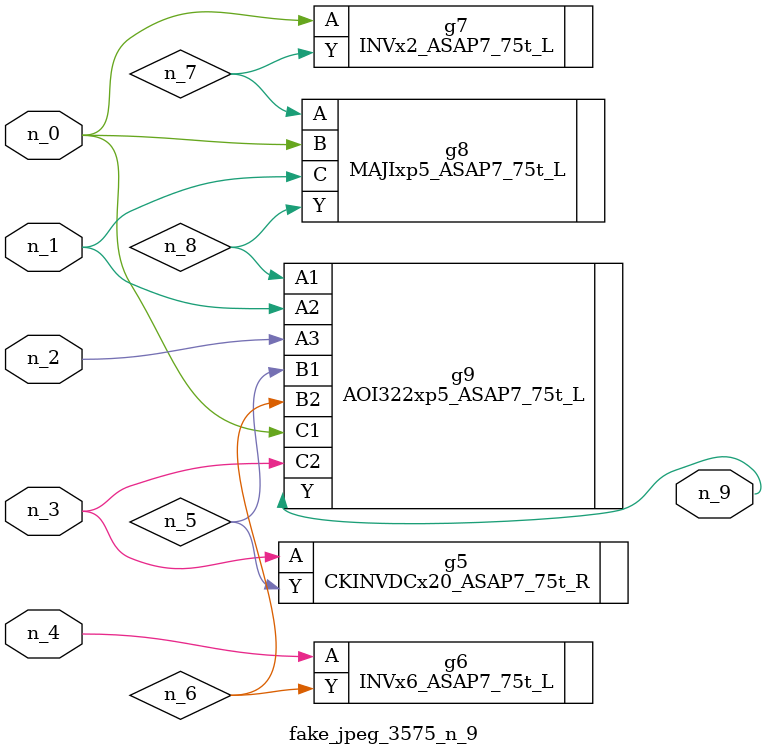
<source format=v>
module fake_jpeg_3575_n_9 (n_3, n_2, n_1, n_0, n_4, n_9);

input n_3;
input n_2;
input n_1;
input n_0;
input n_4;

output n_9;

wire n_8;
wire n_6;
wire n_5;
wire n_7;

CKINVDCx20_ASAP7_75t_R g5 ( 
.A(n_3),
.Y(n_5)
);

INVx6_ASAP7_75t_L g6 ( 
.A(n_4),
.Y(n_6)
);

INVx2_ASAP7_75t_L g7 ( 
.A(n_0),
.Y(n_7)
);

MAJIxp5_ASAP7_75t_L g8 ( 
.A(n_7),
.B(n_0),
.C(n_1),
.Y(n_8)
);

AOI322xp5_ASAP7_75t_L g9 ( 
.A1(n_8),
.A2(n_1),
.A3(n_2),
.B1(n_5),
.B2(n_6),
.C1(n_0),
.C2(n_3),
.Y(n_9)
);


endmodule
</source>
